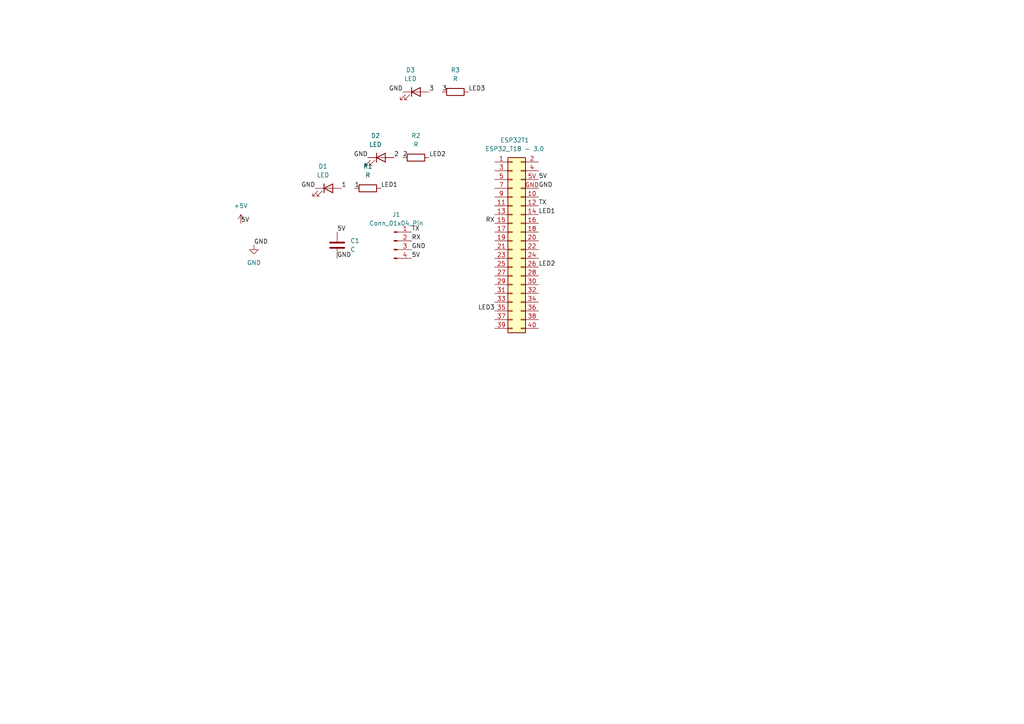
<source format=kicad_sch>
(kicad_sch
	(version 20231120)
	(generator "eeschema")
	(generator_version "8.0")
	(uuid "d0770da4-fe9f-49b6-a2a3-1b3fc7a95936")
	(paper "A4")
	(lib_symbols
		(symbol "Connector:Conn_01x04_Pin"
			(pin_names
				(offset 1.016) hide)
			(exclude_from_sim no)
			(in_bom yes)
			(on_board yes)
			(property "Reference" "J"
				(at 0 5.08 0)
				(effects
					(font
						(size 1.27 1.27)
					)
				)
			)
			(property "Value" "Conn_01x04_Pin"
				(at 0 -7.62 0)
				(effects
					(font
						(size 1.27 1.27)
					)
				)
			)
			(property "Footprint" ""
				(at 0 0 0)
				(effects
					(font
						(size 1.27 1.27)
					)
					(hide yes)
				)
			)
			(property "Datasheet" "~"
				(at 0 0 0)
				(effects
					(font
						(size 1.27 1.27)
					)
					(hide yes)
				)
			)
			(property "Description" "Generic connector, single row, 01x04, script generated"
				(at 0 0 0)
				(effects
					(font
						(size 1.27 1.27)
					)
					(hide yes)
				)
			)
			(property "ki_locked" ""
				(at 0 0 0)
				(effects
					(font
						(size 1.27 1.27)
					)
				)
			)
			(property "ki_keywords" "connector"
				(at 0 0 0)
				(effects
					(font
						(size 1.27 1.27)
					)
					(hide yes)
				)
			)
			(property "ki_fp_filters" "Connector*:*_1x??_*"
				(at 0 0 0)
				(effects
					(font
						(size 1.27 1.27)
					)
					(hide yes)
				)
			)
			(symbol "Conn_01x04_Pin_1_1"
				(polyline
					(pts
						(xy 1.27 -5.08) (xy 0.8636 -5.08)
					)
					(stroke
						(width 0.1524)
						(type default)
					)
					(fill
						(type none)
					)
				)
				(polyline
					(pts
						(xy 1.27 -2.54) (xy 0.8636 -2.54)
					)
					(stroke
						(width 0.1524)
						(type default)
					)
					(fill
						(type none)
					)
				)
				(polyline
					(pts
						(xy 1.27 0) (xy 0.8636 0)
					)
					(stroke
						(width 0.1524)
						(type default)
					)
					(fill
						(type none)
					)
				)
				(polyline
					(pts
						(xy 1.27 2.54) (xy 0.8636 2.54)
					)
					(stroke
						(width 0.1524)
						(type default)
					)
					(fill
						(type none)
					)
				)
				(rectangle
					(start 0.8636 -4.953)
					(end 0 -5.207)
					(stroke
						(width 0.1524)
						(type default)
					)
					(fill
						(type outline)
					)
				)
				(rectangle
					(start 0.8636 -2.413)
					(end 0 -2.667)
					(stroke
						(width 0.1524)
						(type default)
					)
					(fill
						(type outline)
					)
				)
				(rectangle
					(start 0.8636 0.127)
					(end 0 -0.127)
					(stroke
						(width 0.1524)
						(type default)
					)
					(fill
						(type outline)
					)
				)
				(rectangle
					(start 0.8636 2.667)
					(end 0 2.413)
					(stroke
						(width 0.1524)
						(type default)
					)
					(fill
						(type outline)
					)
				)
				(pin passive line
					(at 5.08 2.54 180)
					(length 3.81)
					(name "Pin_1"
						(effects
							(font
								(size 1.27 1.27)
							)
						)
					)
					(number "1"
						(effects
							(font
								(size 1.27 1.27)
							)
						)
					)
				)
				(pin passive line
					(at 5.08 0 180)
					(length 3.81)
					(name "Pin_2"
						(effects
							(font
								(size 1.27 1.27)
							)
						)
					)
					(number "2"
						(effects
							(font
								(size 1.27 1.27)
							)
						)
					)
				)
				(pin passive line
					(at 5.08 -2.54 180)
					(length 3.81)
					(name "Pin_3"
						(effects
							(font
								(size 1.27 1.27)
							)
						)
					)
					(number "3"
						(effects
							(font
								(size 1.27 1.27)
							)
						)
					)
				)
				(pin passive line
					(at 5.08 -5.08 180)
					(length 3.81)
					(name "Pin_4"
						(effects
							(font
								(size 1.27 1.27)
							)
						)
					)
					(number "4"
						(effects
							(font
								(size 1.27 1.27)
							)
						)
					)
				)
			)
		)
		(symbol "Device:C"
			(pin_numbers hide)
			(pin_names
				(offset 0.254)
			)
			(exclude_from_sim no)
			(in_bom yes)
			(on_board yes)
			(property "Reference" "C"
				(at 0.635 2.54 0)
				(effects
					(font
						(size 1.27 1.27)
					)
					(justify left)
				)
			)
			(property "Value" "C"
				(at 0.635 -2.54 0)
				(effects
					(font
						(size 1.27 1.27)
					)
					(justify left)
				)
			)
			(property "Footprint" ""
				(at 0.9652 -3.81 0)
				(effects
					(font
						(size 1.27 1.27)
					)
					(hide yes)
				)
			)
			(property "Datasheet" "~"
				(at 0 0 0)
				(effects
					(font
						(size 1.27 1.27)
					)
					(hide yes)
				)
			)
			(property "Description" "Unpolarized capacitor"
				(at 0 0 0)
				(effects
					(font
						(size 1.27 1.27)
					)
					(hide yes)
				)
			)
			(property "ki_keywords" "cap capacitor"
				(at 0 0 0)
				(effects
					(font
						(size 1.27 1.27)
					)
					(hide yes)
				)
			)
			(property "ki_fp_filters" "C_*"
				(at 0 0 0)
				(effects
					(font
						(size 1.27 1.27)
					)
					(hide yes)
				)
			)
			(symbol "C_0_1"
				(polyline
					(pts
						(xy -2.032 -0.762) (xy 2.032 -0.762)
					)
					(stroke
						(width 0.508)
						(type default)
					)
					(fill
						(type none)
					)
				)
				(polyline
					(pts
						(xy -2.032 0.762) (xy 2.032 0.762)
					)
					(stroke
						(width 0.508)
						(type default)
					)
					(fill
						(type none)
					)
				)
			)
			(symbol "C_1_1"
				(pin passive line
					(at 0 3.81 270)
					(length 2.794)
					(name "~"
						(effects
							(font
								(size 1.27 1.27)
							)
						)
					)
					(number "1"
						(effects
							(font
								(size 1.27 1.27)
							)
						)
					)
				)
				(pin passive line
					(at 0 -3.81 90)
					(length 2.794)
					(name "~"
						(effects
							(font
								(size 1.27 1.27)
							)
						)
					)
					(number "2"
						(effects
							(font
								(size 1.27 1.27)
							)
						)
					)
				)
			)
		)
		(symbol "Device:LED"
			(pin_numbers hide)
			(pin_names
				(offset 1.016) hide)
			(exclude_from_sim no)
			(in_bom yes)
			(on_board yes)
			(property "Reference" "D"
				(at 0 2.54 0)
				(effects
					(font
						(size 1.27 1.27)
					)
				)
			)
			(property "Value" "LED"
				(at 0 -2.54 0)
				(effects
					(font
						(size 1.27 1.27)
					)
				)
			)
			(property "Footprint" ""
				(at 0 0 0)
				(effects
					(font
						(size 1.27 1.27)
					)
					(hide yes)
				)
			)
			(property "Datasheet" "~"
				(at 0 0 0)
				(effects
					(font
						(size 1.27 1.27)
					)
					(hide yes)
				)
			)
			(property "Description" "Light emitting diode"
				(at 0 0 0)
				(effects
					(font
						(size 1.27 1.27)
					)
					(hide yes)
				)
			)
			(property "ki_keywords" "LED diode"
				(at 0 0 0)
				(effects
					(font
						(size 1.27 1.27)
					)
					(hide yes)
				)
			)
			(property "ki_fp_filters" "LED* LED_SMD:* LED_THT:*"
				(at 0 0 0)
				(effects
					(font
						(size 1.27 1.27)
					)
					(hide yes)
				)
			)
			(symbol "LED_0_1"
				(polyline
					(pts
						(xy -1.27 -1.27) (xy -1.27 1.27)
					)
					(stroke
						(width 0.254)
						(type default)
					)
					(fill
						(type none)
					)
				)
				(polyline
					(pts
						(xy -1.27 0) (xy 1.27 0)
					)
					(stroke
						(width 0)
						(type default)
					)
					(fill
						(type none)
					)
				)
				(polyline
					(pts
						(xy 1.27 -1.27) (xy 1.27 1.27) (xy -1.27 0) (xy 1.27 -1.27)
					)
					(stroke
						(width 0.254)
						(type default)
					)
					(fill
						(type none)
					)
				)
				(polyline
					(pts
						(xy -3.048 -0.762) (xy -4.572 -2.286) (xy -3.81 -2.286) (xy -4.572 -2.286) (xy -4.572 -1.524)
					)
					(stroke
						(width 0)
						(type default)
					)
					(fill
						(type none)
					)
				)
				(polyline
					(pts
						(xy -1.778 -0.762) (xy -3.302 -2.286) (xy -2.54 -2.286) (xy -3.302 -2.286) (xy -3.302 -1.524)
					)
					(stroke
						(width 0)
						(type default)
					)
					(fill
						(type none)
					)
				)
			)
			(symbol "LED_1_1"
				(pin passive line
					(at -3.81 0 0)
					(length 2.54)
					(name "K"
						(effects
							(font
								(size 1.27 1.27)
							)
						)
					)
					(number "1"
						(effects
							(font
								(size 1.27 1.27)
							)
						)
					)
				)
				(pin passive line
					(at 3.81 0 180)
					(length 2.54)
					(name "A"
						(effects
							(font
								(size 1.27 1.27)
							)
						)
					)
					(number "2"
						(effects
							(font
								(size 1.27 1.27)
							)
						)
					)
				)
			)
		)
		(symbol "Device:R"
			(pin_numbers hide)
			(pin_names
				(offset 0)
			)
			(exclude_from_sim no)
			(in_bom yes)
			(on_board yes)
			(property "Reference" "R"
				(at 2.032 0 90)
				(effects
					(font
						(size 1.27 1.27)
					)
				)
			)
			(property "Value" "R"
				(at 0 0 90)
				(effects
					(font
						(size 1.27 1.27)
					)
				)
			)
			(property "Footprint" ""
				(at -1.778 0 90)
				(effects
					(font
						(size 1.27 1.27)
					)
					(hide yes)
				)
			)
			(property "Datasheet" "~"
				(at 0 0 0)
				(effects
					(font
						(size 1.27 1.27)
					)
					(hide yes)
				)
			)
			(property "Description" "Resistor"
				(at 0 0 0)
				(effects
					(font
						(size 1.27 1.27)
					)
					(hide yes)
				)
			)
			(property "ki_keywords" "R res resistor"
				(at 0 0 0)
				(effects
					(font
						(size 1.27 1.27)
					)
					(hide yes)
				)
			)
			(property "ki_fp_filters" "R_*"
				(at 0 0 0)
				(effects
					(font
						(size 1.27 1.27)
					)
					(hide yes)
				)
			)
			(symbol "R_0_1"
				(rectangle
					(start -1.016 -2.54)
					(end 1.016 2.54)
					(stroke
						(width 0.254)
						(type default)
					)
					(fill
						(type none)
					)
				)
			)
			(symbol "R_1_1"
				(pin passive line
					(at 0 3.81 270)
					(length 1.27)
					(name "~"
						(effects
							(font
								(size 1.27 1.27)
							)
						)
					)
					(number "1"
						(effects
							(font
								(size 1.27 1.27)
							)
						)
					)
				)
				(pin passive line
					(at 0 -3.81 90)
					(length 1.27)
					(name "~"
						(effects
							(font
								(size 1.27 1.27)
							)
						)
					)
					(number "2"
						(effects
							(font
								(size 1.27 1.27)
							)
						)
					)
				)
			)
		)
		(symbol "ESP32_T18-3.0:Conn_02x20_Odd_Even"
			(pin_names
				(offset 1.016) hide)
			(exclude_from_sim no)
			(in_bom yes)
			(on_board yes)
			(property "Reference" "ESP32T1"
				(at 0.6985 29.21 0)
				(effects
					(font
						(size 1.27 1.27)
					)
				)
			)
			(property "Value" "ESP32_T18 - 3.0"
				(at 0.6985 26.67 0)
				(effects
					(font
						(size 1.27 1.27)
					)
				)
			)
			(property "Footprint" "ESP32_T18-3.0:ESP32_T18-3.0"
				(at 0 0 0)
				(effects
					(font
						(size 1.27 1.27)
					)
					(hide yes)
				)
			)
			(property "Datasheet" "~"
				(at 0 0 0)
				(effects
					(font
						(size 1.27 1.27)
					)
					(hide yes)
				)
			)
			(property "Description" "ESP32 MODULE WITH WROVER-B"
				(at 0 0 0)
				(effects
					(font
						(size 1.27 1.27)
					)
					(hide yes)
				)
			)
			(property "ki_keywords" "connector"
				(at 0 0 0)
				(effects
					(font
						(size 1.27 1.27)
					)
					(hide yes)
				)
			)
			(property "ki_fp_filters" "Connector*:*_2x??_*"
				(at 0 0 0)
				(effects
					(font
						(size 1.27 1.27)
					)
					(hide yes)
				)
			)
			(symbol "Conn_02x20_Odd_Even_1_0"
				(pin passive line
					(at -5.08 10.16 0)
					(length 2.54)
					(name ""
						(effects
							(font
								(size 1.27 1.27)
							)
						)
					)
					(number ""
						(effects
							(font
								(size 1.27 1.27)
							)
						)
					)
				)
			)
			(symbol "Conn_02x20_Odd_Even_1_1"
				(rectangle
					(start -1.27 -25.273)
					(end 0 -25.527)
					(stroke
						(width 0.1524)
						(type default)
					)
					(fill
						(type none)
					)
				)
				(rectangle
					(start -1.27 -22.733)
					(end 0 -22.987)
					(stroke
						(width 0.1524)
						(type default)
					)
					(fill
						(type none)
					)
				)
				(rectangle
					(start -1.27 -20.193)
					(end 0 -20.447)
					(stroke
						(width 0.1524)
						(type default)
					)
					(fill
						(type none)
					)
				)
				(rectangle
					(start -1.27 -17.653)
					(end 0 -17.907)
					(stroke
						(width 0.1524)
						(type default)
					)
					(fill
						(type none)
					)
				)
				(rectangle
					(start -1.27 -15.113)
					(end 0 -15.367)
					(stroke
						(width 0.1524)
						(type default)
					)
					(fill
						(type none)
					)
				)
				(rectangle
					(start -1.27 -12.573)
					(end 0 -12.827)
					(stroke
						(width 0.1524)
						(type default)
					)
					(fill
						(type none)
					)
				)
				(rectangle
					(start -1.27 -10.033)
					(end 0 -10.287)
					(stroke
						(width 0.1524)
						(type default)
					)
					(fill
						(type none)
					)
				)
				(rectangle
					(start -1.27 -7.493)
					(end 0 -7.747)
					(stroke
						(width 0.1524)
						(type default)
					)
					(fill
						(type none)
					)
				)
				(rectangle
					(start -1.27 -4.953)
					(end 0 -5.207)
					(stroke
						(width 0.1524)
						(type default)
					)
					(fill
						(type none)
					)
				)
				(rectangle
					(start -1.27 -2.413)
					(end 0 -2.667)
					(stroke
						(width 0.1524)
						(type default)
					)
					(fill
						(type none)
					)
				)
				(rectangle
					(start -1.27 0.127)
					(end 0 -0.127)
					(stroke
						(width 0.1524)
						(type default)
					)
					(fill
						(type none)
					)
				)
				(rectangle
					(start -1.27 2.667)
					(end 0 2.413)
					(stroke
						(width 0.1524)
						(type default)
					)
					(fill
						(type none)
					)
				)
				(rectangle
					(start -1.27 5.207)
					(end 0 4.953)
					(stroke
						(width 0.1524)
						(type default)
					)
					(fill
						(type none)
					)
				)
				(rectangle
					(start -1.27 7.747)
					(end 0 7.493)
					(stroke
						(width 0.1524)
						(type default)
					)
					(fill
						(type none)
					)
				)
				(rectangle
					(start -1.27 10.287)
					(end 0 10.033)
					(stroke
						(width 0.1524)
						(type default)
					)
					(fill
						(type none)
					)
				)
				(rectangle
					(start -1.27 12.827)
					(end 0 12.573)
					(stroke
						(width 0.1524)
						(type default)
					)
					(fill
						(type none)
					)
				)
				(rectangle
					(start -1.27 15.367)
					(end 0 15.113)
					(stroke
						(width 0.1524)
						(type default)
					)
					(fill
						(type none)
					)
				)
				(rectangle
					(start -1.27 17.907)
					(end 0 17.653)
					(stroke
						(width 0.1524)
						(type default)
					)
					(fill
						(type none)
					)
				)
				(rectangle
					(start -1.27 20.447)
					(end 0 20.193)
					(stroke
						(width 0.1524)
						(type default)
					)
					(fill
						(type none)
					)
				)
				(rectangle
					(start -1.27 22.987)
					(end 0 22.733)
					(stroke
						(width 0.1524)
						(type default)
					)
					(fill
						(type none)
					)
				)
				(rectangle
					(start -1.27 24.13)
					(end 3.81 -26.67)
					(stroke
						(width 0.254)
						(type default)
					)
					(fill
						(type background)
					)
				)
				(rectangle
					(start 3.81 -25.273)
					(end 2.54 -25.527)
					(stroke
						(width 0.1524)
						(type default)
					)
					(fill
						(type none)
					)
				)
				(rectangle
					(start 3.81 -22.733)
					(end 2.54 -22.987)
					(stroke
						(width 0.1524)
						(type default)
					)
					(fill
						(type none)
					)
				)
				(rectangle
					(start 3.81 -20.193)
					(end 2.54 -20.447)
					(stroke
						(width 0.1524)
						(type default)
					)
					(fill
						(type none)
					)
				)
				(rectangle
					(start 3.81 -17.653)
					(end 2.54 -17.907)
					(stroke
						(width 0.1524)
						(type default)
					)
					(fill
						(type none)
					)
				)
				(rectangle
					(start 3.81 -15.113)
					(end 2.54 -15.367)
					(stroke
						(width 0.1524)
						(type default)
					)
					(fill
						(type none)
					)
				)
				(rectangle
					(start 3.81 -12.573)
					(end 2.54 -12.827)
					(stroke
						(width 0.1524)
						(type default)
					)
					(fill
						(type none)
					)
				)
				(rectangle
					(start 3.81 -10.033)
					(end 2.54 -10.287)
					(stroke
						(width 0.1524)
						(type default)
					)
					(fill
						(type none)
					)
				)
				(rectangle
					(start 3.81 -7.493)
					(end 2.54 -7.747)
					(stroke
						(width 0.1524)
						(type default)
					)
					(fill
						(type none)
					)
				)
				(rectangle
					(start 3.81 -4.953)
					(end 2.54 -5.207)
					(stroke
						(width 0.1524)
						(type default)
					)
					(fill
						(type none)
					)
				)
				(rectangle
					(start 3.81 -2.413)
					(end 2.54 -2.667)
					(stroke
						(width 0.1524)
						(type default)
					)
					(fill
						(type none)
					)
				)
				(rectangle
					(start 3.81 0.127)
					(end 2.54 -0.127)
					(stroke
						(width 0.1524)
						(type default)
					)
					(fill
						(type none)
					)
				)
				(rectangle
					(start 3.81 2.667)
					(end 2.54 2.413)
					(stroke
						(width 0.1524)
						(type default)
					)
					(fill
						(type none)
					)
				)
				(rectangle
					(start 3.81 5.207)
					(end 2.54 4.953)
					(stroke
						(width 0.1524)
						(type default)
					)
					(fill
						(type none)
					)
				)
				(rectangle
					(start 3.81 7.747)
					(end 2.54 7.493)
					(stroke
						(width 0.1524)
						(type default)
					)
					(fill
						(type none)
					)
				)
				(rectangle
					(start 3.81 10.287)
					(end 2.54 10.033)
					(stroke
						(width 0.1524)
						(type default)
					)
					(fill
						(type none)
					)
				)
				(rectangle
					(start 3.81 12.827)
					(end 2.54 12.573)
					(stroke
						(width 0.1524)
						(type default)
					)
					(fill
						(type none)
					)
				)
				(rectangle
					(start 3.81 15.367)
					(end 2.54 15.113)
					(stroke
						(width 0.1524)
						(type default)
					)
					(fill
						(type none)
					)
				)
				(rectangle
					(start 3.81 17.907)
					(end 2.54 17.653)
					(stroke
						(width 0.1524)
						(type default)
					)
					(fill
						(type none)
					)
				)
				(rectangle
					(start 3.81 20.447)
					(end 2.54 20.193)
					(stroke
						(width 0.1524)
						(type default)
					)
					(fill
						(type none)
					)
				)
				(rectangle
					(start 3.81 22.987)
					(end 2.54 22.733)
					(stroke
						(width 0.1524)
						(type default)
					)
					(fill
						(type none)
					)
				)
				(pin passive line
					(at -5.08 22.86 0)
					(length 3.81)
					(name "NC"
						(effects
							(font
								(size 1.27 1.27)
							)
						)
					)
					(number "1"
						(effects
							(font
								(size 1.27 1.27)
							)
						)
					)
				)
				(pin passive line
					(at 7.62 12.7 180)
					(length 3.81)
					(name "SD2"
						(effects
							(font
								(size 1.27 1.27)
							)
						)
					)
					(number "10"
						(effects
							(font
								(size 1.27 1.27)
							)
						)
					)
				)
				(pin passive line
					(at -5.08 10.16 0)
					(length 3.81)
					(name "2"
						(effects
							(font
								(size 1.27 1.27)
							)
						)
					)
					(number "11"
						(effects
							(font
								(size 1.27 1.27)
							)
						)
					)
				)
				(pin passive line
					(at 7.62 10.16 180)
					(length 3.81)
					(name "13"
						(effects
							(font
								(size 1.27 1.27)
							)
						)
					)
					(number "12"
						(effects
							(font
								(size 1.27 1.27)
							)
						)
					)
				)
				(pin passive line
					(at -5.08 7.62 0)
					(length 3.81)
					(name "0"
						(effects
							(font
								(size 1.27 1.27)
							)
						)
					)
					(number "13"
						(effects
							(font
								(size 1.27 1.27)
							)
						)
					)
				)
				(pin passive line
					(at 7.62 7.62 180)
					(length 3.81)
					(name "GND"
						(effects
							(font
								(size 1.27 1.27)
							)
						)
					)
					(number "14"
						(effects
							(font
								(size 1.27 1.27)
							)
						)
					)
				)
				(pin passive line
					(at -5.08 5.08 0)
					(length 3.81)
					(name "4"
						(effects
							(font
								(size 1.27 1.27)
							)
						)
					)
					(number "15"
						(effects
							(font
								(size 1.27 1.27)
							)
						)
					)
				)
				(pin passive line
					(at 7.62 5.08 180)
					(length 3.81)
					(name "12"
						(effects
							(font
								(size 1.27 1.27)
							)
						)
					)
					(number "16"
						(effects
							(font
								(size 1.27 1.27)
							)
						)
					)
				)
				(pin passive line
					(at -5.08 2.54 0)
					(length 3.81)
					(name "NC"
						(effects
							(font
								(size 1.27 1.27)
							)
						)
					)
					(number "17"
						(effects
							(font
								(size 1.27 1.27)
							)
						)
					)
				)
				(pin passive line
					(at 7.62 2.54 180)
					(length 3.81)
					(name "14"
						(effects
							(font
								(size 1.27 1.27)
							)
						)
					)
					(number "18"
						(effects
							(font
								(size 1.27 1.27)
							)
						)
					)
				)
				(pin passive line
					(at -5.08 0 0)
					(length 3.81)
					(name "NC"
						(effects
							(font
								(size 1.27 1.27)
							)
						)
					)
					(number "19"
						(effects
							(font
								(size 1.27 1.27)
							)
						)
					)
				)
				(pin passive line
					(at 7.62 22.86 180)
					(length 3.81)
					(name "NC"
						(effects
							(font
								(size 1.27 1.27)
							)
						)
					)
					(number "2"
						(effects
							(font
								(size 1.27 1.27)
							)
						)
					)
				)
				(pin passive line
					(at 7.62 0 180)
					(length 3.81)
					(name "27"
						(effects
							(font
								(size 1.27 1.27)
							)
						)
					)
					(number "20"
						(effects
							(font
								(size 1.27 1.27)
							)
						)
					)
				)
				(pin passive line
					(at -5.08 -2.54 0)
					(length 3.81)
					(name "5"
						(effects
							(font
								(size 1.27 1.27)
							)
						)
					)
					(number "21"
						(effects
							(font
								(size 1.27 1.27)
							)
						)
					)
				)
				(pin passive line
					(at 7.62 -2.54 180)
					(length 3.81)
					(name "26"
						(effects
							(font
								(size 1.27 1.27)
							)
						)
					)
					(number "22"
						(effects
							(font
								(size 1.27 1.27)
							)
						)
					)
				)
				(pin passive line
					(at -5.08 -5.08 0)
					(length 3.81)
					(name "18"
						(effects
							(font
								(size 1.27 1.27)
							)
						)
					)
					(number "23"
						(effects
							(font
								(size 1.27 1.27)
							)
						)
					)
				)
				(pin passive line
					(at 7.62 -5.08 180)
					(length 3.81)
					(name "25"
						(effects
							(font
								(size 1.27 1.27)
							)
						)
					)
					(number "24"
						(effects
							(font
								(size 1.27 1.27)
							)
						)
					)
				)
				(pin passive line
					(at -5.08 -7.62 0)
					(length 3.81)
					(name "19"
						(effects
							(font
								(size 1.27 1.27)
							)
						)
					)
					(number "25"
						(effects
							(font
								(size 1.27 1.27)
							)
						)
					)
				)
				(pin passive line
					(at 7.62 -7.62 180)
					(length 3.81)
					(name "33"
						(effects
							(font
								(size 1.27 1.27)
							)
						)
					)
					(number "26"
						(effects
							(font
								(size 1.27 1.27)
							)
						)
					)
				)
				(pin passive line
					(at -5.08 -10.16 0)
					(length 3.81)
					(name "GND"
						(effects
							(font
								(size 1.27 1.27)
							)
						)
					)
					(number "27"
						(effects
							(font
								(size 1.27 1.27)
							)
						)
					)
				)
				(pin passive line
					(at 7.62 -10.16 180)
					(length 3.81)
					(name "32"
						(effects
							(font
								(size 1.27 1.27)
							)
						)
					)
					(number "28"
						(effects
							(font
								(size 1.27 1.27)
							)
						)
					)
				)
				(pin passive line
					(at -5.08 -12.7 0)
					(length 3.81)
					(name "21"
						(effects
							(font
								(size 1.27 1.27)
							)
						)
					)
					(number "29"
						(effects
							(font
								(size 1.27 1.27)
							)
						)
					)
				)
				(pin passive line
					(at -5.08 20.32 0)
					(length 3.81)
					(name "CLK"
						(effects
							(font
								(size 1.27 1.27)
							)
						)
					)
					(number "3"
						(effects
							(font
								(size 1.27 1.27)
							)
						)
					)
				)
				(pin passive line
					(at 7.62 -12.7 180)
					(length 3.81)
					(name "35"
						(effects
							(font
								(size 1.27 1.27)
							)
						)
					)
					(number "30"
						(effects
							(font
								(size 1.27 1.27)
							)
						)
					)
				)
				(pin passive line
					(at -5.08 -15.24 0)
					(length 3.81)
					(name "RX"
						(effects
							(font
								(size 1.27 1.27)
							)
						)
					)
					(number "31"
						(effects
							(font
								(size 1.27 1.27)
							)
						)
					)
				)
				(pin passive line
					(at 7.62 -15.24 180)
					(length 3.81)
					(name "34"
						(effects
							(font
								(size 1.27 1.27)
							)
						)
					)
					(number "32"
						(effects
							(font
								(size 1.27 1.27)
							)
						)
					)
				)
				(pin passive line
					(at -5.08 -17.78 0)
					(length 3.81)
					(name "TX"
						(effects
							(font
								(size 1.27 1.27)
							)
						)
					)
					(number "33"
						(effects
							(font
								(size 1.27 1.27)
							)
						)
					)
				)
				(pin passive line
					(at 7.62 -17.78 180)
					(length 3.81)
					(name "39"
						(effects
							(font
								(size 1.27 1.27)
							)
						)
					)
					(number "34"
						(effects
							(font
								(size 1.27 1.27)
							)
						)
					)
				)
				(pin passive line
					(at -5.08 -20.32 0)
					(length 3.81)
					(name "22"
						(effects
							(font
								(size 1.27 1.27)
							)
						)
					)
					(number "35"
						(effects
							(font
								(size 1.27 1.27)
							)
						)
					)
				)
				(pin passive line
					(at 7.62 -20.32 180)
					(length 3.81)
					(name "36"
						(effects
							(font
								(size 1.27 1.27)
							)
						)
					)
					(number "36"
						(effects
							(font
								(size 1.27 1.27)
							)
						)
					)
				)
				(pin passive line
					(at -5.08 -22.86 0)
					(length 3.81)
					(name "23"
						(effects
							(font
								(size 1.27 1.27)
							)
						)
					)
					(number "37"
						(effects
							(font
								(size 1.27 1.27)
							)
						)
					)
				)
				(pin passive line
					(at 7.62 -22.86 180)
					(length 3.81)
					(name "EN"
						(effects
							(font
								(size 1.27 1.27)
							)
						)
					)
					(number "38"
						(effects
							(font
								(size 1.27 1.27)
							)
						)
					)
				)
				(pin passive line
					(at -5.08 -25.4 0)
					(length 3.81)
					(name "GND"
						(effects
							(font
								(size 1.27 1.27)
							)
						)
					)
					(number "39"
						(effects
							(font
								(size 1.27 1.27)
							)
						)
					)
				)
				(pin passive line
					(at 7.62 20.32 180)
					(length 3.81)
					(name "5V"
						(effects
							(font
								(size 1.27 1.27)
							)
						)
					)
					(number "4"
						(effects
							(font
								(size 1.27 1.27)
							)
						)
					)
				)
				(pin passive line
					(at 7.62 -25.4 180)
					(length 3.81)
					(name "3V3"
						(effects
							(font
								(size 1.27 1.27)
							)
						)
					)
					(number "40"
						(effects
							(font
								(size 1.27 1.27)
							)
						)
					)
				)
				(pin passive line
					(at -5.08 17.78 0)
					(length 3.81)
					(name "SD0"
						(effects
							(font
								(size 1.27 1.27)
							)
						)
					)
					(number "5"
						(effects
							(font
								(size 1.27 1.27)
							)
						)
					)
				)
				(pin passive line
					(at 7.62 17.78 180)
					(length 3.81)
					(name "CMD"
						(effects
							(font
								(size 1.27 1.27)
							)
						)
					)
					(number "5V"
						(effects
							(font
								(size 1.27 1.27)
							)
						)
					)
				)
				(pin passive line
					(at -5.08 15.24 0)
					(length 3.81)
					(name "SD1"
						(effects
							(font
								(size 1.27 1.27)
							)
						)
					)
					(number "7"
						(effects
							(font
								(size 1.27 1.27)
							)
						)
					)
				)
				(pin passive line
					(at -5.08 12.7 0)
					(length 3.81)
					(name "15"
						(effects
							(font
								(size 1.27 1.27)
							)
						)
					)
					(number "9"
						(effects
							(font
								(size 1.27 1.27)
							)
						)
					)
				)
				(pin passive line
					(at 7.62 15.24 180)
					(length 3.81)
					(name "SD3"
						(effects
							(font
								(size 1.27 1.27)
							)
						)
					)
					(number "GND"
						(effects
							(font
								(size 1.27 1.27)
							)
						)
					)
				)
			)
		)
		(symbol "power:+5V"
			(power)
			(pin_numbers hide)
			(pin_names
				(offset 0) hide)
			(exclude_from_sim no)
			(in_bom yes)
			(on_board yes)
			(property "Reference" "#PWR"
				(at 0 -3.81 0)
				(effects
					(font
						(size 1.27 1.27)
					)
					(hide yes)
				)
			)
			(property "Value" "+5V"
				(at 0 3.556 0)
				(effects
					(font
						(size 1.27 1.27)
					)
				)
			)
			(property "Footprint" ""
				(at 0 0 0)
				(effects
					(font
						(size 1.27 1.27)
					)
					(hide yes)
				)
			)
			(property "Datasheet" ""
				(at 0 0 0)
				(effects
					(font
						(size 1.27 1.27)
					)
					(hide yes)
				)
			)
			(property "Description" "Power symbol creates a global label with name \"+5V\""
				(at 0 0 0)
				(effects
					(font
						(size 1.27 1.27)
					)
					(hide yes)
				)
			)
			(property "ki_keywords" "global power"
				(at 0 0 0)
				(effects
					(font
						(size 1.27 1.27)
					)
					(hide yes)
				)
			)
			(symbol "+5V_0_1"
				(polyline
					(pts
						(xy -0.762 1.27) (xy 0 2.54)
					)
					(stroke
						(width 0)
						(type default)
					)
					(fill
						(type none)
					)
				)
				(polyline
					(pts
						(xy 0 0) (xy 0 2.54)
					)
					(stroke
						(width 0)
						(type default)
					)
					(fill
						(type none)
					)
				)
				(polyline
					(pts
						(xy 0 2.54) (xy 0.762 1.27)
					)
					(stroke
						(width 0)
						(type default)
					)
					(fill
						(type none)
					)
				)
			)
			(symbol "+5V_1_1"
				(pin power_in line
					(at 0 0 90)
					(length 0)
					(name "~"
						(effects
							(font
								(size 1.27 1.27)
							)
						)
					)
					(number "1"
						(effects
							(font
								(size 1.27 1.27)
							)
						)
					)
				)
			)
		)
		(symbol "power:GND"
			(power)
			(pin_numbers hide)
			(pin_names
				(offset 0) hide)
			(exclude_from_sim no)
			(in_bom yes)
			(on_board yes)
			(property "Reference" "#PWR"
				(at 0 -6.35 0)
				(effects
					(font
						(size 1.27 1.27)
					)
					(hide yes)
				)
			)
			(property "Value" "GND"
				(at 0 -3.81 0)
				(effects
					(font
						(size 1.27 1.27)
					)
				)
			)
			(property "Footprint" ""
				(at 0 0 0)
				(effects
					(font
						(size 1.27 1.27)
					)
					(hide yes)
				)
			)
			(property "Datasheet" ""
				(at 0 0 0)
				(effects
					(font
						(size 1.27 1.27)
					)
					(hide yes)
				)
			)
			(property "Description" "Power symbol creates a global label with name \"GND\" , ground"
				(at 0 0 0)
				(effects
					(font
						(size 1.27 1.27)
					)
					(hide yes)
				)
			)
			(property "ki_keywords" "global power"
				(at 0 0 0)
				(effects
					(font
						(size 1.27 1.27)
					)
					(hide yes)
				)
			)
			(symbol "GND_0_1"
				(polyline
					(pts
						(xy 0 0) (xy 0 -1.27) (xy 1.27 -1.27) (xy 0 -2.54) (xy -1.27 -1.27) (xy 0 -1.27)
					)
					(stroke
						(width 0)
						(type default)
					)
					(fill
						(type none)
					)
				)
			)
			(symbol "GND_1_1"
				(pin power_in line
					(at 0 0 270)
					(length 0)
					(name "~"
						(effects
							(font
								(size 1.27 1.27)
							)
						)
					)
					(number "1"
						(effects
							(font
								(size 1.27 1.27)
							)
						)
					)
				)
			)
		)
	)
	(label "2"
		(at 114.3 45.72 0)
		(fields_autoplaced yes)
		(effects
			(font
				(size 1.27 1.27)
			)
			(justify left bottom)
		)
		(uuid "0719f6a2-c707-466c-a1e2-58246001337f")
	)
	(label "GND"
		(at 97.79 74.93 0)
		(fields_autoplaced yes)
		(effects
			(font
				(size 1.27 1.27)
			)
			(justify left bottom)
		)
		(uuid "10ac2bac-a273-463d-a632-8a5d0eaaec48")
	)
	(label "GND"
		(at 156.21 54.61 0)
		(fields_autoplaced yes)
		(effects
			(font
				(size 1.27 1.27)
			)
			(justify left bottom)
		)
		(uuid "18fdb874-b5d7-4014-9368-6e9addb2ee05")
	)
	(label "5V"
		(at 156.21 52.07 0)
		(fields_autoplaced yes)
		(effects
			(font
				(size 1.27 1.27)
			)
			(justify left bottom)
		)
		(uuid "1e5ff3d3-5103-4d38-8db3-e56edaab30e7")
	)
	(label "GND"
		(at 116.84 26.67 180)
		(fields_autoplaced yes)
		(effects
			(font
				(size 1.27 1.27)
			)
			(justify right bottom)
		)
		(uuid "2b53eadc-8279-4e44-80f9-a126c4387e69")
	)
	(label "RX"
		(at 119.38 69.85 0)
		(fields_autoplaced yes)
		(effects
			(font
				(size 1.27 1.27)
			)
			(justify left bottom)
		)
		(uuid "2d6d7ea9-b2fd-453a-a4c5-c202d147766b")
	)
	(label "3"
		(at 124.46 26.67 0)
		(fields_autoplaced yes)
		(effects
			(font
				(size 1.27 1.27)
			)
			(justify left bottom)
		)
		(uuid "3d823afe-12dc-417c-b1b6-9ea5c14f25cc")
	)
	(label "GND"
		(at 119.38 72.39 0)
		(fields_autoplaced yes)
		(effects
			(font
				(size 1.27 1.27)
			)
			(justify left bottom)
		)
		(uuid "410cd0fd-b1a6-4b1d-bff6-a8414d9bb7ed")
	)
	(label "GND"
		(at 73.66 71.12 0)
		(fields_autoplaced yes)
		(effects
			(font
				(size 1.27 1.27)
			)
			(justify left bottom)
		)
		(uuid "4d69c6ab-5ded-4bab-80d0-ee228a78a917")
	)
	(label "TX"
		(at 119.38 67.31 0)
		(fields_autoplaced yes)
		(effects
			(font
				(size 1.27 1.27)
			)
			(justify left bottom)
		)
		(uuid "52be405b-23b5-4f6f-ae4d-ea537cb67ab2")
	)
	(label "LED1"
		(at 110.49 54.61 0)
		(fields_autoplaced yes)
		(effects
			(font
				(size 1.27 1.27)
			)
			(justify left bottom)
		)
		(uuid "6248829b-ef79-4835-868b-662647ee8002")
	)
	(label "GND"
		(at 106.68 45.72 180)
		(fields_autoplaced yes)
		(effects
			(font
				(size 1.27 1.27)
			)
			(justify right bottom)
		)
		(uuid "7754a8a6-a76b-468a-83e1-d26951145bb0")
	)
	(label "1"
		(at 102.87 54.61 0)
		(fields_autoplaced yes)
		(effects
			(font
				(size 1.27 1.27)
			)
			(justify left bottom)
		)
		(uuid "77f3d741-967f-409d-919c-1465acf17a4b")
	)
	(label "5V"
		(at 97.79 67.31 0)
		(fields_autoplaced yes)
		(effects
			(font
				(size 1.27 1.27)
			)
			(justify left bottom)
		)
		(uuid "80af448e-b27d-46ad-a15e-8354e0a82b26")
	)
	(label "5V"
		(at 69.85 64.77 0)
		(fields_autoplaced yes)
		(effects
			(font
				(size 1.27 1.27)
			)
			(justify left bottom)
		)
		(uuid "8d55394b-19f3-4d3e-ad19-320330d6425b")
	)
	(label "5V"
		(at 119.38 74.93 0)
		(fields_autoplaced yes)
		(effects
			(font
				(size 1.27 1.27)
			)
			(justify left bottom)
		)
		(uuid "9111ce11-748f-492f-81d9-d964790a4b7b")
	)
	(label "GND"
		(at 91.44 54.61 180)
		(fields_autoplaced yes)
		(effects
			(font
				(size 1.27 1.27)
			)
			(justify right bottom)
		)
		(uuid "9c106750-57c2-4e6f-ae67-0f644929dddf")
	)
	(label "LED2"
		(at 124.46 45.72 0)
		(fields_autoplaced yes)
		(effects
			(font
				(size 1.27 1.27)
			)
			(justify left bottom)
		)
		(uuid "aa6dca87-f17c-4214-9cff-d0790abcd076")
	)
	(label "LED3"
		(at 135.89 26.67 0)
		(fields_autoplaced yes)
		(effects
			(font
				(size 1.27 1.27)
			)
			(justify left bottom)
		)
		(uuid "b43f58f5-598d-4952-b979-29a659e2f182")
	)
	(label "RX"
		(at 143.51 64.77 180)
		(fields_autoplaced yes)
		(effects
			(font
				(size 1.27 1.27)
			)
			(justify right bottom)
		)
		(uuid "b4482d9d-406f-4feb-8c6c-72917b7b7d8d")
	)
	(label "LED2"
		(at 156.21 77.47 0)
		(fields_autoplaced yes)
		(effects
			(font
				(size 1.27 1.27)
			)
			(justify left bottom)
		)
		(uuid "b8e999a4-a73d-40f6-b757-b772a42db8d0")
	)
	(label "LED1"
		(at 156.21 62.23 0)
		(fields_autoplaced yes)
		(effects
			(font
				(size 1.27 1.27)
			)
			(justify left bottom)
		)
		(uuid "bef38d35-7b01-4976-8ba1-c2c92f3162ad")
	)
	(label "3"
		(at 128.27 26.67 0)
		(fields_autoplaced yes)
		(effects
			(font
				(size 1.27 1.27)
			)
			(justify left bottom)
		)
		(uuid "cd31c362-136b-4287-8e2e-c22c2f1fa356")
	)
	(label "LED3"
		(at 143.51 90.17 180)
		(fields_autoplaced yes)
		(effects
			(font
				(size 1.27 1.27)
			)
			(justify right bottom)
		)
		(uuid "ce2184ec-e74e-4991-9cc7-27db6c11c4fd")
	)
	(label "1"
		(at 99.06 54.61 0)
		(fields_autoplaced yes)
		(effects
			(font
				(size 1.27 1.27)
			)
			(justify left bottom)
		)
		(uuid "d93f59e3-b1c0-41e6-bed1-fbfe58be7796")
	)
	(label "TX"
		(at 156.21 59.69 0)
		(fields_autoplaced yes)
		(effects
			(font
				(size 1.27 1.27)
			)
			(justify left bottom)
		)
		(uuid "f6aa7c93-b85c-447a-8f25-9340b06cbca8")
	)
	(label "2"
		(at 116.84 45.72 0)
		(fields_autoplaced yes)
		(effects
			(font
				(size 1.27 1.27)
			)
			(justify left bottom)
		)
		(uuid "fac24810-4af8-4fde-a569-173e3644b0d9")
	)
	(symbol
		(lib_id "Device:R")
		(at 106.68 54.61 90)
		(unit 1)
		(exclude_from_sim no)
		(in_bom yes)
		(on_board yes)
		(dnp no)
		(fields_autoplaced yes)
		(uuid "32060fa0-05a2-4ee3-9835-4c165b2311b9")
		(property "Reference" "R1"
			(at 106.68 48.26 90)
			(effects
				(font
					(size 1.27 1.27)
				)
			)
		)
		(property "Value" "R"
			(at 106.68 50.8 90)
			(effects
				(font
					(size 1.27 1.27)
				)
			)
		)
		(property "Footprint" "MY_LIB:Resistor_small"
			(at 106.68 56.388 90)
			(effects
				(font
					(size 1.27 1.27)
				)
				(hide yes)
			)
		)
		(property "Datasheet" "~"
			(at 106.68 54.61 0)
			(effects
				(font
					(size 1.27 1.27)
				)
				(hide yes)
			)
		)
		(property "Description" "Resistor"
			(at 106.68 54.61 0)
			(effects
				(font
					(size 1.27 1.27)
				)
				(hide yes)
			)
		)
		(pin "2"
			(uuid "da30a16b-bba8-461a-80be-a476ff5355f0")
		)
		(pin "1"
			(uuid "f473d925-9c2f-4870-9965-d9fac948a2ca")
		)
		(instances
			(project ""
				(path "/d0770da4-fe9f-49b6-a2a3-1b3fc7a95936"
					(reference "R1")
					(unit 1)
				)
			)
		)
	)
	(symbol
		(lib_id "power:GND")
		(at 73.66 71.12 0)
		(unit 1)
		(exclude_from_sim no)
		(in_bom yes)
		(on_board yes)
		(dnp no)
		(fields_autoplaced yes)
		(uuid "349a3104-abeb-4fca-bbf3-046f78ea4d9f")
		(property "Reference" "#PWR01"
			(at 73.66 77.47 0)
			(effects
				(font
					(size 1.27 1.27)
				)
				(hide yes)
			)
		)
		(property "Value" "GND"
			(at 73.66 76.2 0)
			(effects
				(font
					(size 1.27 1.27)
				)
			)
		)
		(property "Footprint" ""
			(at 73.66 71.12 0)
			(effects
				(font
					(size 1.27 1.27)
				)
				(hide yes)
			)
		)
		(property "Datasheet" ""
			(at 73.66 71.12 0)
			(effects
				(font
					(size 1.27 1.27)
				)
				(hide yes)
			)
		)
		(property "Description" "Power symbol creates a global label with name \"GND\" , ground"
			(at 73.66 71.12 0)
			(effects
				(font
					(size 1.27 1.27)
				)
				(hide yes)
			)
		)
		(pin "1"
			(uuid "617fb303-7972-498b-ab4f-e5dd93116894")
		)
		(instances
			(project ""
				(path "/d0770da4-fe9f-49b6-a2a3-1b3fc7a95936"
					(reference "#PWR01")
					(unit 1)
				)
			)
		)
	)
	(symbol
		(lib_id "Device:LED")
		(at 95.25 54.61 0)
		(unit 1)
		(exclude_from_sim no)
		(in_bom yes)
		(on_board yes)
		(dnp no)
		(fields_autoplaced yes)
		(uuid "3e6a72f2-f5aa-49fc-a41f-abd64ed4adea")
		(property "Reference" "D1"
			(at 93.6625 48.26 0)
			(effects
				(font
					(size 1.27 1.27)
				)
			)
		)
		(property "Value" "LED"
			(at 93.6625 50.8 0)
			(effects
				(font
					(size 1.27 1.27)
				)
			)
		)
		(property "Footprint" "MY_LIB:LED_D3.0mm"
			(at 95.25 54.61 0)
			(effects
				(font
					(size 1.27 1.27)
				)
				(hide yes)
			)
		)
		(property "Datasheet" "~"
			(at 95.25 54.61 0)
			(effects
				(font
					(size 1.27 1.27)
				)
				(hide yes)
			)
		)
		(property "Description" "Light emitting diode"
			(at 95.25 54.61 0)
			(effects
				(font
					(size 1.27 1.27)
				)
				(hide yes)
			)
		)
		(pin "2"
			(uuid "9449f0ab-1d55-4c5a-848c-e37c5aa4d7e1")
		)
		(pin "1"
			(uuid "118481d0-25b3-45e7-a7f1-7296a7e77d67")
		)
		(instances
			(project ""
				(path "/d0770da4-fe9f-49b6-a2a3-1b3fc7a95936"
					(reference "D1")
					(unit 1)
				)
			)
		)
	)
	(symbol
		(lib_id "Device:LED")
		(at 110.49 45.72 0)
		(unit 1)
		(exclude_from_sim no)
		(in_bom yes)
		(on_board yes)
		(dnp no)
		(fields_autoplaced yes)
		(uuid "49b11110-8a78-447f-bc43-e96df335829d")
		(property "Reference" "D2"
			(at 108.9025 39.37 0)
			(effects
				(font
					(size 1.27 1.27)
				)
			)
		)
		(property "Value" "LED"
			(at 108.9025 41.91 0)
			(effects
				(font
					(size 1.27 1.27)
				)
			)
		)
		(property "Footprint" "MY_LIB:LED_D3.0mm"
			(at 110.49 45.72 0)
			(effects
				(font
					(size 1.27 1.27)
				)
				(hide yes)
			)
		)
		(property "Datasheet" "~"
			(at 110.49 45.72 0)
			(effects
				(font
					(size 1.27 1.27)
				)
				(hide yes)
			)
		)
		(property "Description" "Light emitting diode"
			(at 110.49 45.72 0)
			(effects
				(font
					(size 1.27 1.27)
				)
				(hide yes)
			)
		)
		(pin "2"
			(uuid "8abd6127-100a-4591-95f1-648eb6f936ce")
		)
		(pin "1"
			(uuid "5887e9ba-6b2f-4c14-a931-88ac329a1c98")
		)
		(instances
			(project ""
				(path "/d0770da4-fe9f-49b6-a2a3-1b3fc7a95936"
					(reference "D2")
					(unit 1)
				)
			)
		)
	)
	(symbol
		(lib_id "ESP32_T18-3.0:Conn_02x20_Odd_Even")
		(at 148.59 69.85 0)
		(unit 1)
		(exclude_from_sim no)
		(in_bom yes)
		(on_board yes)
		(dnp no)
		(fields_autoplaced yes)
		(uuid "50846327-33c3-46a6-863e-ed0049b27b71")
		(property "Reference" "ESP32T1"
			(at 149.2885 40.64 0)
			(effects
				(font
					(size 1.27 1.27)
				)
			)
		)
		(property "Value" "ESP32_T18 - 3.0"
			(at 149.2885 43.18 0)
			(effects
				(font
					(size 1.27 1.27)
				)
			)
		)
		(property "Footprint" "ESP32_T18-3.0:ESP32_T18-3.0"
			(at 148.59 69.85 0)
			(effects
				(font
					(size 1.27 1.27)
				)
				(hide yes)
			)
		)
		(property "Datasheet" "~"
			(at 148.59 69.85 0)
			(effects
				(font
					(size 1.27 1.27)
				)
				(hide yes)
			)
		)
		(property "Description" "ESP32 MODULE WITH WROVER-B"
			(at 148.59 69.85 0)
			(effects
				(font
					(size 1.27 1.27)
				)
				(hide yes)
			)
		)
		(pin "39"
			(uuid "d0a655e0-f57b-4168-95ca-40b88ff1c0b0")
		)
		(pin "4"
			(uuid "3b68dbb6-f118-43a3-a5bc-a5d2b057bc8d")
		)
		(pin "38"
			(uuid "2ddcb56d-f8de-4ef9-b5ff-f79acd103e33")
		)
		(pin "22"
			(uuid "a1ae33f8-2733-4cee-88b6-99f901b02cc5")
		)
		(pin "40"
			(uuid "d3887c66-c3a1-43be-b007-33eb449b590b")
		)
		(pin "1"
			(uuid "ec2f3512-307a-46b1-a355-4a75479da296")
		)
		(pin "5"
			(uuid "bf863e63-1fd3-4574-97f8-57f0285349a7")
		)
		(pin "12"
			(uuid "86bffd54-99fb-4343-be30-6fb8630bbad5")
		)
		(pin "21"
			(uuid "b3174bfc-2f4a-4490-990f-5a2718b5642c")
		)
		(pin "29"
			(uuid "5e938ac9-120b-4b61-9d55-3f61f3b0aea9")
		)
		(pin "20"
			(uuid "c458eb2c-7d52-4d96-bc3b-3d74bf440c4c")
		)
		(pin "31"
			(uuid "fa6276d4-bf09-4adc-bd46-0bfbfa435c66")
		)
		(pin "27"
			(uuid "a94979c8-bbc1-4015-87e8-b93281a671ae")
		)
		(pin ""
			(uuid "b3f08ded-0e95-4457-bd63-4f72ff4ecbbf")
		)
		(pin "11"
			(uuid "5829937e-f107-4153-a4df-9bb156d8a1b7")
		)
		(pin "14"
			(uuid "16710620-c8aa-41bd-bb26-9c3054b884bc")
		)
		(pin "2"
			(uuid "a9518cc4-19e7-43d7-a013-7bc683f20301")
		)
		(pin "3"
			(uuid "21e31269-2481-4c2c-9b15-b92c29abcc9a")
		)
		(pin "24"
			(uuid "cf43e10c-e9b6-4fe6-98ba-aa8a38737d0e")
		)
		(pin "13"
			(uuid "01f901f2-bca4-4502-854c-e38b67d1de42")
		)
		(pin "15"
			(uuid "c363d437-0b73-492b-b78f-228a935f3a41")
		)
		(pin "26"
			(uuid "76c4cd17-a007-4e7d-9e39-d19a81712973")
		)
		(pin "25"
			(uuid "681294f2-8b81-45b5-9dda-5cf63234b103")
		)
		(pin "28"
			(uuid "3363bc06-b2b3-4601-a006-3de399d872aa")
		)
		(pin "34"
			(uuid "1f4110fc-b7ff-47a1-b96a-60999ade275e")
		)
		(pin "19"
			(uuid "9454985b-43ca-4492-901f-09cee2ff3f14")
		)
		(pin "33"
			(uuid "33a369e2-854b-42b7-a8b6-2cb2d703a142")
		)
		(pin "18"
			(uuid "93b8c9f6-b61a-4382-b00f-7706c6bd8f7b")
		)
		(pin "10"
			(uuid "06095599-5a80-4a58-a52d-3323bc9d5182")
		)
		(pin "35"
			(uuid "3c47e7eb-a237-4af5-b440-e0d024664e43")
		)
		(pin "36"
			(uuid "26264fa3-1308-44e5-a7c2-65da3d84e2b4")
		)
		(pin "30"
			(uuid "274976cb-a1da-4dad-985a-d202705f8dd2")
		)
		(pin "32"
			(uuid "001f687e-6802-4662-9c72-5a6804f13376")
		)
		(pin "16"
			(uuid "ab9145a6-2be2-44db-bbea-41a5a805838e")
		)
		(pin "17"
			(uuid "31aeb3f3-79ef-4995-82f6-023064a15258")
		)
		(pin "23"
			(uuid "e1d47bc0-bf01-4223-bf81-5febe402f283")
		)
		(pin "37"
			(uuid "6c8736a4-30d8-4239-ab24-32f791d80fe1")
		)
		(pin "GND"
			(uuid "d094752c-4ca9-41fd-994f-0b8ca41307f9")
		)
		(pin "5V"
			(uuid "bcb5a60e-de2d-4cb8-949e-77d5ab0a3f65")
		)
		(pin "9"
			(uuid "a350a808-aba0-44c9-b5a8-c0e8b42a48d0")
		)
		(pin "7"
			(uuid "22c7623a-72ae-4f10-b7fe-ff89684524dd")
		)
		(instances
			(project ""
				(path "/d0770da4-fe9f-49b6-a2a3-1b3fc7a95936"
					(reference "ESP32T1")
					(unit 1)
				)
			)
		)
	)
	(symbol
		(lib_id "power:+5V")
		(at 69.85 64.77 0)
		(unit 1)
		(exclude_from_sim no)
		(in_bom yes)
		(on_board yes)
		(dnp no)
		(fields_autoplaced yes)
		(uuid "60f40c57-7481-4d96-8055-09bbbefa51e5")
		(property "Reference" "#PWR02"
			(at 69.85 68.58 0)
			(effects
				(font
					(size 1.27 1.27)
				)
				(hide yes)
			)
		)
		(property "Value" "+5V"
			(at 69.85 59.69 0)
			(effects
				(font
					(size 1.27 1.27)
				)
			)
		)
		(property "Footprint" ""
			(at 69.85 64.77 0)
			(effects
				(font
					(size 1.27 1.27)
				)
				(hide yes)
			)
		)
		(property "Datasheet" ""
			(at 69.85 64.77 0)
			(effects
				(font
					(size 1.27 1.27)
				)
				(hide yes)
			)
		)
		(property "Description" "Power symbol creates a global label with name \"+5V\""
			(at 69.85 64.77 0)
			(effects
				(font
					(size 1.27 1.27)
				)
				(hide yes)
			)
		)
		(pin "1"
			(uuid "60d87908-9393-48b7-b576-c28555bf4bf0")
		)
		(instances
			(project ""
				(path "/d0770da4-fe9f-49b6-a2a3-1b3fc7a95936"
					(reference "#PWR02")
					(unit 1)
				)
			)
		)
	)
	(symbol
		(lib_id "Connector:Conn_01x04_Pin")
		(at 114.3 69.85 0)
		(unit 1)
		(exclude_from_sim no)
		(in_bom yes)
		(on_board yes)
		(dnp no)
		(fields_autoplaced yes)
		(uuid "7d4c3213-d6f5-47f3-8a1d-b991ff9b8d0d")
		(property "Reference" "J1"
			(at 114.935 62.23 0)
			(effects
				(font
					(size 1.27 1.27)
				)
			)
		)
		(property "Value" "Conn_01x04_Pin"
			(at 114.935 64.77 0)
			(effects
				(font
					(size 1.27 1.27)
				)
			)
		)
		(property "Footprint" "MY_LIB:jst_4"
			(at 114.3 69.85 0)
			(effects
				(font
					(size 1.27 1.27)
				)
				(hide yes)
			)
		)
		(property "Datasheet" "~"
			(at 114.3 69.85 0)
			(effects
				(font
					(size 1.27 1.27)
				)
				(hide yes)
			)
		)
		(property "Description" "Generic connector, single row, 01x04, script generated"
			(at 114.3 69.85 0)
			(effects
				(font
					(size 1.27 1.27)
				)
				(hide yes)
			)
		)
		(pin "3"
			(uuid "575c9c9b-17f7-472b-b941-e564ed909f38")
		)
		(pin "4"
			(uuid "956b73f0-8a9a-4e7a-9896-18b937ec07c5")
		)
		(pin "2"
			(uuid "63e7534e-fd1f-49ba-9e98-f76b899a487b")
		)
		(pin "1"
			(uuid "00669375-ea3b-4cad-820e-7543a6c47358")
		)
		(instances
			(project ""
				(path "/d0770da4-fe9f-49b6-a2a3-1b3fc7a95936"
					(reference "J1")
					(unit 1)
				)
			)
		)
	)
	(symbol
		(lib_id "Device:R")
		(at 120.65 45.72 90)
		(unit 1)
		(exclude_from_sim no)
		(in_bom yes)
		(on_board yes)
		(dnp no)
		(fields_autoplaced yes)
		(uuid "aeadf337-8b9e-43fe-b1db-fac058dc4c36")
		(property "Reference" "R2"
			(at 120.65 39.37 90)
			(effects
				(font
					(size 1.27 1.27)
				)
			)
		)
		(property "Value" "R"
			(at 120.65 41.91 90)
			(effects
				(font
					(size 1.27 1.27)
				)
			)
		)
		(property "Footprint" "MY_LIB:Resistor_small"
			(at 120.65 47.498 90)
			(effects
				(font
					(size 1.27 1.27)
				)
				(hide yes)
			)
		)
		(property "Datasheet" "~"
			(at 120.65 45.72 0)
			(effects
				(font
					(size 1.27 1.27)
				)
				(hide yes)
			)
		)
		(property "Description" "Resistor"
			(at 120.65 45.72 0)
			(effects
				(font
					(size 1.27 1.27)
				)
				(hide yes)
			)
		)
		(pin "2"
			(uuid "741b2bb1-3e54-439b-b9c2-b394b8c04b25")
		)
		(pin "1"
			(uuid "d2d6fa1a-7136-4192-8e4d-25258f295cf5")
		)
		(instances
			(project ""
				(path "/d0770da4-fe9f-49b6-a2a3-1b3fc7a95936"
					(reference "R2")
					(unit 1)
				)
			)
		)
	)
	(symbol
		(lib_id "Device:R")
		(at 132.08 26.67 90)
		(unit 1)
		(exclude_from_sim no)
		(in_bom yes)
		(on_board yes)
		(dnp no)
		(fields_autoplaced yes)
		(uuid "b6e55a9a-33eb-461f-9c3d-92ed1d1c2d9c")
		(property "Reference" "R3"
			(at 132.08 20.32 90)
			(effects
				(font
					(size 1.27 1.27)
				)
			)
		)
		(property "Value" "R"
			(at 132.08 22.86 90)
			(effects
				(font
					(size 1.27 1.27)
				)
			)
		)
		(property "Footprint" "MY_LIB:Resistor_small"
			(at 132.08 28.448 90)
			(effects
				(font
					(size 1.27 1.27)
				)
				(hide yes)
			)
		)
		(property "Datasheet" "~"
			(at 132.08 26.67 0)
			(effects
				(font
					(size 1.27 1.27)
				)
				(hide yes)
			)
		)
		(property "Description" "Resistor"
			(at 132.08 26.67 0)
			(effects
				(font
					(size 1.27 1.27)
				)
				(hide yes)
			)
		)
		(pin "1"
			(uuid "0ca711f4-25d1-44b6-8c4b-bb20c6808337")
		)
		(pin "2"
			(uuid "0ddb5d6b-c169-4542-a4e9-536a126ee4bd")
		)
		(instances
			(project ""
				(path "/d0770da4-fe9f-49b6-a2a3-1b3fc7a95936"
					(reference "R3")
					(unit 1)
				)
			)
		)
	)
	(symbol
		(lib_id "Device:LED")
		(at 120.65 26.67 0)
		(unit 1)
		(exclude_from_sim no)
		(in_bom yes)
		(on_board yes)
		(dnp no)
		(fields_autoplaced yes)
		(uuid "c558a090-85b4-42b5-8034-3291056694a9")
		(property "Reference" "D3"
			(at 119.0625 20.32 0)
			(effects
				(font
					(size 1.27 1.27)
				)
			)
		)
		(property "Value" "LED"
			(at 119.0625 22.86 0)
			(effects
				(font
					(size 1.27 1.27)
				)
			)
		)
		(property "Footprint" "MY_LIB:LED_D3.0mm"
			(at 120.65 26.67 0)
			(effects
				(font
					(size 1.27 1.27)
				)
				(hide yes)
			)
		)
		(property "Datasheet" "~"
			(at 120.65 26.67 0)
			(effects
				(font
					(size 1.27 1.27)
				)
				(hide yes)
			)
		)
		(property "Description" "Light emitting diode"
			(at 120.65 26.67 0)
			(effects
				(font
					(size 1.27 1.27)
				)
				(hide yes)
			)
		)
		(pin "2"
			(uuid "1a762b72-cb8e-4ac8-b436-c23a7a4a65f6")
		)
		(pin "1"
			(uuid "2c1b0ad4-12c5-4d83-96cf-d0e30f208890")
		)
		(instances
			(project ""
				(path "/d0770da4-fe9f-49b6-a2a3-1b3fc7a95936"
					(reference "D3")
					(unit 1)
				)
			)
		)
	)
	(symbol
		(lib_id "Device:C")
		(at 97.79 71.12 0)
		(unit 1)
		(exclude_from_sim no)
		(in_bom yes)
		(on_board yes)
		(dnp no)
		(fields_autoplaced yes)
		(uuid "f963336c-9e12-4c41-9404-3955b2684a6f")
		(property "Reference" "C1"
			(at 101.6 69.8499 0)
			(effects
				(font
					(size 1.27 1.27)
				)
				(justify left)
			)
		)
		(property "Value" "C"
			(at 101.6 72.3899 0)
			(effects
				(font
					(size 1.27 1.27)
				)
				(justify left)
			)
		)
		(property "Footprint" "MY_LIB:Capacitor_Disc_Small"
			(at 98.7552 74.93 0)
			(effects
				(font
					(size 1.27 1.27)
				)
				(hide yes)
			)
		)
		(property "Datasheet" "~"
			(at 97.79 71.12 0)
			(effects
				(font
					(size 1.27 1.27)
				)
				(hide yes)
			)
		)
		(property "Description" "Unpolarized capacitor"
			(at 97.79 71.12 0)
			(effects
				(font
					(size 1.27 1.27)
				)
				(hide yes)
			)
		)
		(pin "2"
			(uuid "9f8955b4-bd58-4f50-9a1a-670ef98e14d5")
		)
		(pin "1"
			(uuid "d94f8079-00a4-4fac-ba45-481f1563cd72")
		)
		(instances
			(project ""
				(path "/d0770da4-fe9f-49b6-a2a3-1b3fc7a95936"
					(reference "C1")
					(unit 1)
				)
			)
		)
	)
	(sheet_instances
		(path "/"
			(page "1")
		)
	)
)

</source>
